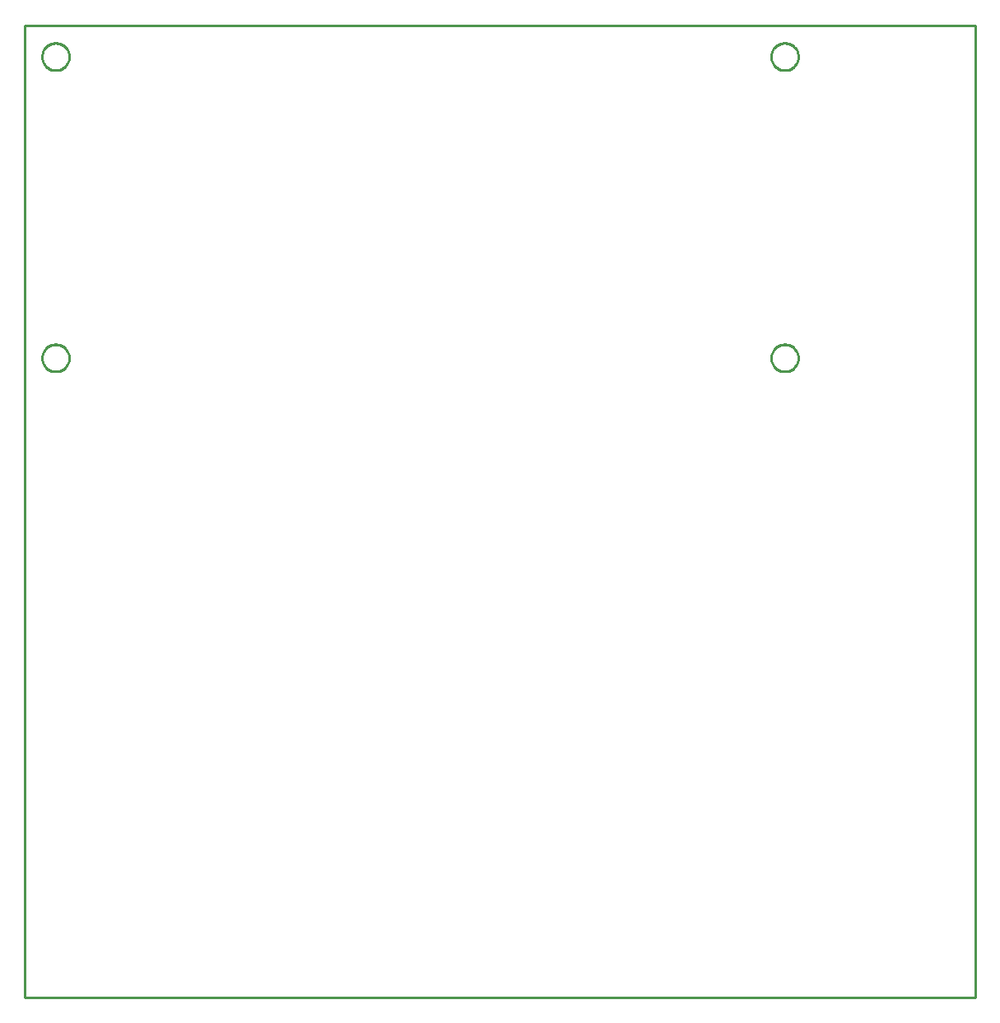
<source format=gko>
G04 EAGLE Gerber RS-274X export*
G75*
%MOMM*%
%FSLAX34Y34*%
%LPD*%
%IN*%
%IPPOS*%
%AMOC8*
5,1,8,0,0,1.08239X$1,22.5*%
G01*
%ADD10C,0.254000*%


D10*
X0Y0D02*
X977700Y0D01*
X977700Y1000000D01*
X0Y1000000D01*
X0Y0D01*
X45400Y967300D02*
X45329Y966303D01*
X45186Y965313D01*
X44974Y964336D01*
X44692Y963376D01*
X44343Y962439D01*
X43927Y961529D01*
X43448Y960652D01*
X42907Y959810D01*
X42308Y959010D01*
X41653Y958254D01*
X40946Y957547D01*
X40190Y956892D01*
X39390Y956293D01*
X38548Y955752D01*
X37671Y955273D01*
X36761Y954857D01*
X35824Y954508D01*
X34865Y954226D01*
X33887Y954014D01*
X32898Y953871D01*
X31900Y953800D01*
X30900Y953800D01*
X29903Y953871D01*
X28913Y954014D01*
X27936Y954226D01*
X26976Y954508D01*
X26039Y954857D01*
X25129Y955273D01*
X24252Y955752D01*
X23410Y956293D01*
X22610Y956892D01*
X21854Y957547D01*
X21147Y958254D01*
X20492Y959010D01*
X19893Y959810D01*
X19352Y960652D01*
X18873Y961529D01*
X18457Y962439D01*
X18108Y963376D01*
X17826Y964336D01*
X17614Y965313D01*
X17471Y966303D01*
X17400Y967300D01*
X17400Y968300D01*
X17471Y969298D01*
X17614Y970287D01*
X17826Y971265D01*
X18108Y972224D01*
X18457Y973161D01*
X18873Y974071D01*
X19352Y974948D01*
X19893Y975790D01*
X20492Y976590D01*
X21147Y977346D01*
X21854Y978053D01*
X22610Y978708D01*
X23410Y979307D01*
X24252Y979848D01*
X25129Y980327D01*
X26039Y980743D01*
X26976Y981092D01*
X27936Y981374D01*
X28913Y981586D01*
X29903Y981729D01*
X30900Y981800D01*
X31900Y981800D01*
X32898Y981729D01*
X33887Y981586D01*
X34865Y981374D01*
X35824Y981092D01*
X36761Y980743D01*
X37671Y980327D01*
X38548Y979848D01*
X39390Y979307D01*
X40190Y978708D01*
X40946Y978053D01*
X41653Y977346D01*
X42308Y976590D01*
X42907Y975790D01*
X43448Y974948D01*
X43927Y974071D01*
X44343Y973161D01*
X44692Y972224D01*
X44974Y971265D01*
X45186Y970287D01*
X45329Y969298D01*
X45400Y968300D01*
X45400Y967300D01*
X45400Y657300D02*
X45329Y656303D01*
X45186Y655313D01*
X44974Y654336D01*
X44692Y653376D01*
X44343Y652439D01*
X43927Y651529D01*
X43448Y650652D01*
X42907Y649810D01*
X42308Y649010D01*
X41653Y648254D01*
X40946Y647547D01*
X40190Y646892D01*
X39390Y646293D01*
X38548Y645752D01*
X37671Y645273D01*
X36761Y644857D01*
X35824Y644508D01*
X34865Y644226D01*
X33887Y644014D01*
X32898Y643871D01*
X31900Y643800D01*
X30900Y643800D01*
X29903Y643871D01*
X28913Y644014D01*
X27936Y644226D01*
X26976Y644508D01*
X26039Y644857D01*
X25129Y645273D01*
X24252Y645752D01*
X23410Y646293D01*
X22610Y646892D01*
X21854Y647547D01*
X21147Y648254D01*
X20492Y649010D01*
X19893Y649810D01*
X19352Y650652D01*
X18873Y651529D01*
X18457Y652439D01*
X18108Y653376D01*
X17826Y654336D01*
X17614Y655313D01*
X17471Y656303D01*
X17400Y657300D01*
X17400Y658300D01*
X17471Y659298D01*
X17614Y660287D01*
X17826Y661265D01*
X18108Y662224D01*
X18457Y663161D01*
X18873Y664071D01*
X19352Y664948D01*
X19893Y665790D01*
X20492Y666590D01*
X21147Y667346D01*
X21854Y668053D01*
X22610Y668708D01*
X23410Y669307D01*
X24252Y669848D01*
X25129Y670327D01*
X26039Y670743D01*
X26976Y671092D01*
X27936Y671374D01*
X28913Y671586D01*
X29903Y671729D01*
X30900Y671800D01*
X31900Y671800D01*
X32898Y671729D01*
X33887Y671586D01*
X34865Y671374D01*
X35824Y671092D01*
X36761Y670743D01*
X37671Y670327D01*
X38548Y669848D01*
X39390Y669307D01*
X40190Y668708D01*
X40946Y668053D01*
X41653Y667346D01*
X42308Y666590D01*
X42907Y665790D01*
X43448Y664948D01*
X43927Y664071D01*
X44343Y663161D01*
X44692Y662224D01*
X44974Y661265D01*
X45186Y660287D01*
X45329Y659298D01*
X45400Y658300D01*
X45400Y657300D01*
X795400Y967300D02*
X795329Y966303D01*
X795186Y965313D01*
X794974Y964336D01*
X794692Y963376D01*
X794343Y962439D01*
X793927Y961529D01*
X793448Y960652D01*
X792907Y959810D01*
X792308Y959010D01*
X791653Y958254D01*
X790946Y957547D01*
X790190Y956892D01*
X789390Y956293D01*
X788548Y955752D01*
X787671Y955273D01*
X786761Y954857D01*
X785824Y954508D01*
X784865Y954226D01*
X783887Y954014D01*
X782898Y953871D01*
X781900Y953800D01*
X780900Y953800D01*
X779903Y953871D01*
X778913Y954014D01*
X777936Y954226D01*
X776976Y954508D01*
X776039Y954857D01*
X775129Y955273D01*
X774252Y955752D01*
X773410Y956293D01*
X772610Y956892D01*
X771854Y957547D01*
X771147Y958254D01*
X770492Y959010D01*
X769893Y959810D01*
X769352Y960652D01*
X768873Y961529D01*
X768457Y962439D01*
X768108Y963376D01*
X767826Y964336D01*
X767614Y965313D01*
X767471Y966303D01*
X767400Y967300D01*
X767400Y968300D01*
X767471Y969298D01*
X767614Y970287D01*
X767826Y971265D01*
X768108Y972224D01*
X768457Y973161D01*
X768873Y974071D01*
X769352Y974948D01*
X769893Y975790D01*
X770492Y976590D01*
X771147Y977346D01*
X771854Y978053D01*
X772610Y978708D01*
X773410Y979307D01*
X774252Y979848D01*
X775129Y980327D01*
X776039Y980743D01*
X776976Y981092D01*
X777936Y981374D01*
X778913Y981586D01*
X779903Y981729D01*
X780900Y981800D01*
X781900Y981800D01*
X782898Y981729D01*
X783887Y981586D01*
X784865Y981374D01*
X785824Y981092D01*
X786761Y980743D01*
X787671Y980327D01*
X788548Y979848D01*
X789390Y979307D01*
X790190Y978708D01*
X790946Y978053D01*
X791653Y977346D01*
X792308Y976590D01*
X792907Y975790D01*
X793448Y974948D01*
X793927Y974071D01*
X794343Y973161D01*
X794692Y972224D01*
X794974Y971265D01*
X795186Y970287D01*
X795329Y969298D01*
X795400Y968300D01*
X795400Y967300D01*
X795400Y657300D02*
X795329Y656303D01*
X795186Y655313D01*
X794974Y654336D01*
X794692Y653376D01*
X794343Y652439D01*
X793927Y651529D01*
X793448Y650652D01*
X792907Y649810D01*
X792308Y649010D01*
X791653Y648254D01*
X790946Y647547D01*
X790190Y646892D01*
X789390Y646293D01*
X788548Y645752D01*
X787671Y645273D01*
X786761Y644857D01*
X785824Y644508D01*
X784865Y644226D01*
X783887Y644014D01*
X782898Y643871D01*
X781900Y643800D01*
X780900Y643800D01*
X779903Y643871D01*
X778913Y644014D01*
X777936Y644226D01*
X776976Y644508D01*
X776039Y644857D01*
X775129Y645273D01*
X774252Y645752D01*
X773410Y646293D01*
X772610Y646892D01*
X771854Y647547D01*
X771147Y648254D01*
X770492Y649010D01*
X769893Y649810D01*
X769352Y650652D01*
X768873Y651529D01*
X768457Y652439D01*
X768108Y653376D01*
X767826Y654336D01*
X767614Y655313D01*
X767471Y656303D01*
X767400Y657300D01*
X767400Y658300D01*
X767471Y659298D01*
X767614Y660287D01*
X767826Y661265D01*
X768108Y662224D01*
X768457Y663161D01*
X768873Y664071D01*
X769352Y664948D01*
X769893Y665790D01*
X770492Y666590D01*
X771147Y667346D01*
X771854Y668053D01*
X772610Y668708D01*
X773410Y669307D01*
X774252Y669848D01*
X775129Y670327D01*
X776039Y670743D01*
X776976Y671092D01*
X777936Y671374D01*
X778913Y671586D01*
X779903Y671729D01*
X780900Y671800D01*
X781900Y671800D01*
X782898Y671729D01*
X783887Y671586D01*
X784865Y671374D01*
X785824Y671092D01*
X786761Y670743D01*
X787671Y670327D01*
X788548Y669848D01*
X789390Y669307D01*
X790190Y668708D01*
X790946Y668053D01*
X791653Y667346D01*
X792308Y666590D01*
X792907Y665790D01*
X793448Y664948D01*
X793927Y664071D01*
X794343Y663161D01*
X794692Y662224D01*
X794974Y661265D01*
X795186Y660287D01*
X795329Y659298D01*
X795400Y658300D01*
X795400Y657300D01*
M02*

</source>
